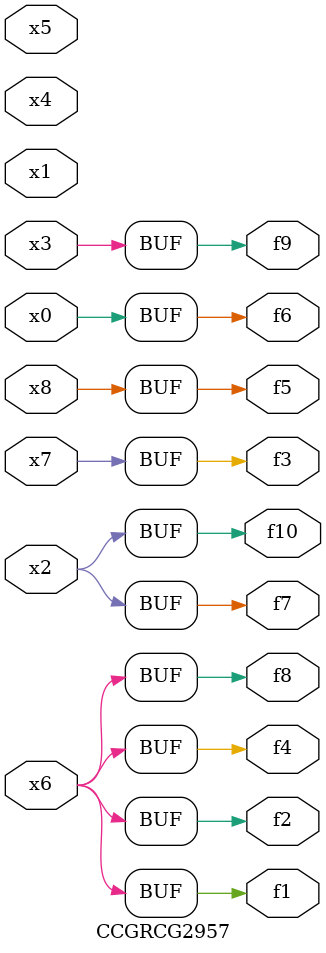
<source format=v>
module CCGRCG2957(
	input x0, x1, x2, x3, x4, x5, x6, x7, x8,
	output f1, f2, f3, f4, f5, f6, f7, f8, f9, f10
);
	assign f1 = x6;
	assign f2 = x6;
	assign f3 = x7;
	assign f4 = x6;
	assign f5 = x8;
	assign f6 = x0;
	assign f7 = x2;
	assign f8 = x6;
	assign f9 = x3;
	assign f10 = x2;
endmodule

</source>
